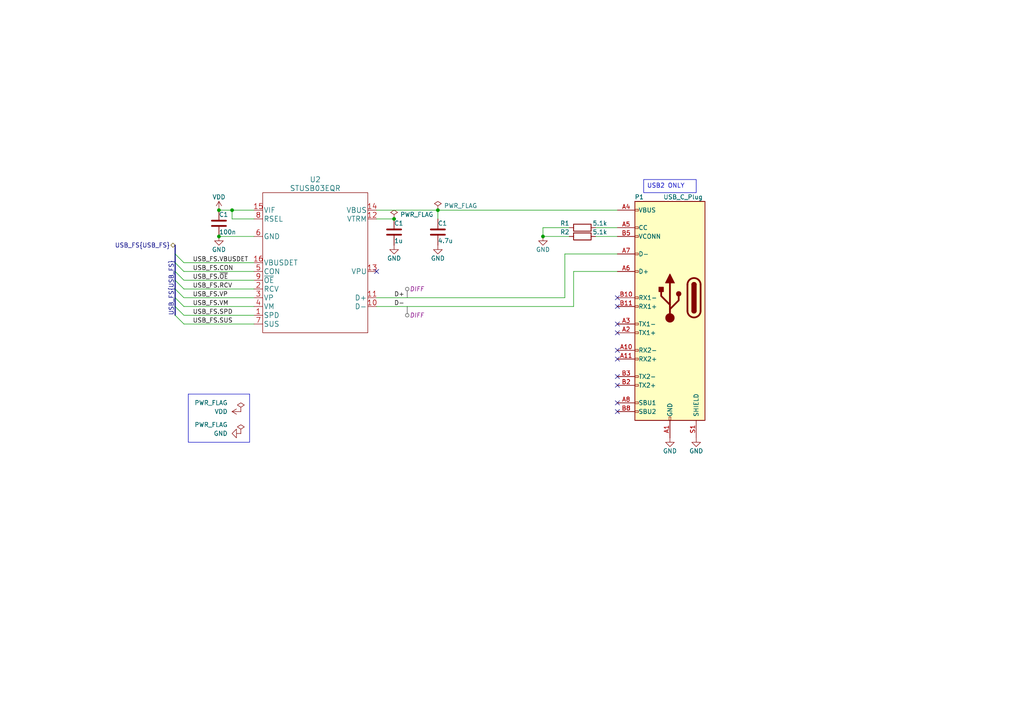
<source format=kicad_sch>
(kicad_sch (version 20230121) (generator eeschema)
  (paper "A4")
  (lib_symbols
    (symbol "CHIPSAlliance_Interface:STUSB03EQR" (pin_names (offset 0.254))
      (property "Reference" "U" (at 0 1.27 0))
      (property "Value" "STUSB03EQR" (at 0 -41.91 0))
      (symbol "STUSB03EQR_0_1"
        (rectangle (start 0 0) (end 30.48 -40.64))
      )
      (symbol "STUSB03EQR_1_1"
        (pin input line (at -2.54 -35.56 0) (length 2.54) (name "SPD") (number "1"))
        (pin tri_state line (at 33.02 -33.02 180) (length 2.54) (name "D-") (number "10"))
        (pin tri_state line (at 33.02 -30.48 180) (length 2.54) (name "D+") (number "11"))
        (pin power_out line (at 33.02 -7.62 180) (length 2.54) (name "VTRM") (number "12"))
        (pin power_out line (at 33.02 -22.86 180) (length 2.54) (name "VPU") (number "13"))
        (pin power_in line (at 33.02 -5.08 180) (length 2.54) (name "VBUS") (number "14"))
        (pin power_in line (at -2.54 -5.08 0) (length 2.54) (name "VIF") (number "15"))
        (pin output line (at -2.54 -20.32 0) (length 2.54) (name "VBUSDET") (number "16"))
        (pin no_connect line (at 33.02 -38.1 180) (length 2.54) hide (name "NC") (number "17"))
        (pin output line (at -2.54 -27.94 0) (length 2.54) (name "RCV") (number "2"))
        (pin bidirectional line (at -2.54 -30.48 0) (length 2.54) (name "VP") (number "3"))
        (pin bidirectional line (at -2.54 -33.02 0) (length 2.54) (name "VM") (number "4"))
        (pin input line (at -2.54 -22.86 0) (length 2.54) (name "CON") (number "5"))
        (pin power_in line (at -2.54 -12.7 0) (length 2.54) (name "GND") (number "6"))
        (pin input line (at -2.54 -38.1 0) (length 2.54) (name "SUS") (number "7"))
        (pin input line (at -2.54 -7.62 0) (length 2.54) (name "RSEL") (number "8"))
        (pin input line (at -2.54 -25.4 0) (length 2.54) (name "~{OE}") (number "9"))
      )
    )
    (symbol "Connector:USB_C_Plug" (pin_names (offset 1.016))
      (property "Reference" "P" (at -10.16 29.21 0))
      (property "Value" "USB_C_Plug" (at 10.16 29.21 0))
      (symbol "USB_C_Plug_0_0"
        (rectangle (start -0.254 -35.56) (end 0.254 -34.544))
        (rectangle (start 10.16 -32.766) (end 9.144 -33.274))
        (rectangle (start 10.16 -30.226) (end 9.144 -30.734))
        (rectangle (start 10.16 -25.146) (end 9.144 -25.654))
        (rectangle (start 10.16 -22.606) (end 9.144 -23.114))
        (rectangle (start 10.16 -17.526) (end 9.144 -18.034))
        (rectangle (start 10.16 -14.986) (end 9.144 -15.494))
        (rectangle (start 10.16 -9.906) (end 9.144 -10.414))
        (rectangle (start 10.16 -7.366) (end 9.144 -7.874))
        (rectangle (start 10.16 -2.286) (end 9.144 -2.794))
        (rectangle (start 10.16 0.254) (end 9.144 -0.254))
        (rectangle (start 10.16 7.874) (end 9.144 7.366))
        (rectangle (start 10.16 12.954) (end 9.144 12.446))
        (rectangle (start 10.16 18.034) (end 9.144 17.526))
        (rectangle (start 10.16 20.574) (end 9.144 20.066))
        (rectangle (start 10.16 25.654) (end 9.144 25.146))
      )
      (symbol "USB_C_Plug_0_1"
        (rectangle (start -10.16 27.94) (end 10.16 -35.56) (stroke (width 0.254)) (fill (type background)))
        (arc (start -8.89 -3.81) (mid -6.985 -5.7067) (end -5.08 -3.81) (stroke (width 0.508)))
        (arc (start -7.62 -3.81) (mid -6.985 -4.4423) (end -6.35 -3.81) (stroke (width 0.254)))
        (arc (start -7.62 -3.81) (mid -6.985 -4.4423) (end -6.35 -3.81) (stroke (width 0.254)) (fill (type outline)))
        (rectangle (start -7.62 -3.81) (end -6.35 3.81) (stroke (width 0.254)) (fill (type outline)))
        (arc (start -6.35 3.81) (mid -6.985 4.4423) (end -7.62 3.81) (stroke (width 0.254)))
        (arc (start -6.35 3.81) (mid -6.985 4.4423) (end -7.62 3.81) (stroke (width 0.254)) (fill (type outline)))
        (arc (start -5.08 3.81) (mid -6.985 5.7067) (end -8.89 3.81) (stroke (width 0.508)))
        (polyline (pts (xy -8.89 -3.81) (xy -8.89 3.81)) (stroke (width 0.508)))
        (polyline (pts (xy -5.08 3.81) (xy -5.08 -3.81)) (stroke (width 0.508)))
      )
      (symbol "USB_C_Plug_1_1"
        (circle (center -2.54 1.143) (radius 0.635) (stroke (width 0.254)) (fill (type outline)))
        (circle (center 0 -5.842) (radius 1.27) (fill (type outline)))
        (polyline (pts (xy 0 -5.842) (xy 0 4.318)) (stroke (width 0.508)))
        (polyline (pts (xy 0 -3.302) (xy -2.54 -0.762) (xy -2.54 0.508)) (stroke (width 0.508)))
        (polyline (pts (xy 0 -2.032) (xy 2.54 0.508) (xy 2.54 1.778)) (stroke (width 0.508)))
        (polyline (pts (xy -1.27 4.318) (xy 0 6.858) (xy 1.27 4.318) (xy -1.27 4.318)) (stroke (width 0.254)) (fill (type outline)))
        (rectangle (start 1.905 1.778) (end 3.175 3.048) (stroke (width 0.254)) (fill (type outline)))
        (pin passive line (at 0 -40.64 90) (length 5.08) (name "GND") (number "A1"))
        (pin bidirectional line (at 15.24 -15.24 180) (length 5.08) (name "RX2-") (number "A10"))
        (pin bidirectional line (at 15.24 -17.78 180) (length 5.08) (name "RX2+") (number "A11"))
        (pin passive line (at 0 -40.64 90) (length 5.08) hide (name "GND") (number "A12"))
        (pin bidirectional line (at 15.24 -10.16 180) (length 5.08) (name "TX1+") (number "A2"))
        (pin bidirectional line (at 15.24 -7.62 180) (length 5.08) (name "TX1-") (number "A3"))
        (pin passive line (at 15.24 25.4 180) (length 5.08) (name "VBUS") (number "A4"))
        (pin bidirectional line (at 15.24 20.32 180) (length 5.08) (name "CC") (number "A5"))
        (pin bidirectional line (at 15.24 7.62 180) (length 5.08) (name "D+") (number "A6"))
        (pin bidirectional line (at 15.24 12.7 180) (length 5.08) (name "D-") (number "A7"))
        (pin bidirectional line (at 15.24 -30.48 180) (length 5.08) (name "SBU1") (number "A8"))
        (pin passive line (at 15.24 25.4 180) (length 5.08) hide (name "VBUS") (number "A9"))
        (pin passive line (at 0 -40.64 90) (length 5.08) hide (name "GND") (number "B1"))
        (pin bidirectional line (at 15.24 0 180) (length 5.08) (name "RX1-") (number "B10"))
        (pin bidirectional line (at 15.24 -2.54 180) (length 5.08) (name "RX1+") (number "B11"))
        (pin passive line (at 0 -40.64 90) (length 5.08) hide (name "GND") (number "B12"))
        (pin bidirectional line (at 15.24 -25.4 180) (length 5.08) (name "TX2+") (number "B2"))
        (pin bidirectional line (at 15.24 -22.86 180) (length 5.08) (name "TX2-") (number "B3"))
        (pin passive line (at 15.24 25.4 180) (length 5.08) hide (name "VBUS") (number "B4"))
        (pin bidirectional line (at 15.24 17.78 180) (length 5.08) (name "VCONN") (number "B5"))
        (pin bidirectional line (at 15.24 -33.02 180) (length 5.08) (name "SBU2") (number "B8"))
        (pin passive line (at 15.24 25.4 180) (length 5.08) hide (name "VBUS") (number "B9"))
        (pin passive line (at -7.62 -40.64 90) (length 5.08) (name "SHIELD") (number "S1"))
      )
    )
    (symbol "Device:C" (pin_numbers hide) (pin_names (offset 0.254))
      (property "Reference" "C" (at 0.635 2.54 0))
      (property "Value" "C" (at 0.635 -2.54 0))
      (symbol "C_0_1"
        (polyline (pts (xy -2.032 -0.762) (xy 2.032 -0.762)) (stroke (width 0.508)))
        (polyline (pts (xy -2.032 0.762) (xy 2.032 0.762)) (stroke (width 0.508)))
      )
      (symbol "C_1_1"
        (pin passive line (at 0 3.81 270) (length 2.794) (name "~") (number "1"))
        (pin passive line (at 0 -3.81 90) (length 2.794) (name "~") (number "2"))
      )
    )
    (symbol "Device:R" (pin_numbers hide) (pin_names (offset 0))
      (property "Reference" "R" (at 2.032 0 90))
      (property "Value" "R" (at 0 0 90))
      (symbol "R_0_1"
        (rectangle (start -1.016 -2.54) (end 1.016 2.54) (stroke (width 0.254)))
      )
      (symbol "R_1_1"
        (pin passive line (at 0 3.81 270) (length 1.27) (name "~") (number "1"))
        (pin passive line (at 0 -3.81 90) (length 1.27) (name "~") (number "2"))
      )
    )
    (symbol "power:GND" (power) (pin_names (offset 0))
      (property "Value" "GND" (at 0 -3.81 0))
      (symbol "GND_0_1"
        (polyline (pts (xy 0 0) (xy 0 -1.27) (xy 1.27 -1.27) (xy 0 -2.54) (xy -1.27 -1.27) (xy 0 -1.27)))
      )
      (symbol "GND_1_1"
        (pin power_in line (at 0 0 270) (length 0) hide (name "GND") (number "1"))
      )
    )
    (symbol "power:PWR_FLAG" (power) (pin_numbers hide) (pin_names (offset 0) hide)
      (property "Value" "PWR_FLAG" (at 0 3.81 0))
      (symbol "PWR_FLAG_0_0"
        (pin power_out line (at 0 0 90) (length 0) (name "pwr") (number "1"))
      )
      (symbol "PWR_FLAG_0_1"
        (polyline (pts (xy 0 0) (xy 0 1.27) (xy -1.016 1.905) (xy 0 2.54) (xy 1.016 1.905) (xy 0 1.27)))
      )
    )
    (symbol "power:VDD" (power) (pin_names (offset 0))
      (property "Value" "VDD" (at 0 3.81 0))
      (symbol "VDD_0_1"
        (polyline (pts (xy -0.762 1.27) (xy 0 2.54)))
        (polyline (pts (xy 0 0) (xy 0 2.54)))
        (polyline (pts (xy 0 2.54) (xy 0.762 1.27)))
      )
      (symbol "VDD_1_1"
        (pin power_in line (at 0 0 90) (length 0) hide (name "VBUS") (number "1"))
      )
    )
    (symbol "power:GND" (power) (pin_names (offset 0))
      (property "Value" "GND" (at 0 -3.81 0))
      (symbol "GND_0_1"
        (polyline (pts (xy 0 0) (xy 0 -1.27) (xy 1.27 -1.27) (xy 0 -2.54) (xy -1.27 -1.27) (xy 0 -1.27)))
      )
      (symbol "GND_1_1"
        (pin power_in line (at 0 0 270) (length 0) hide (name "GND") (number "1"))
      )
    )
    (symbol "power:VDD" (power) (pin_names (offset 0))
      (property "Value" "VDD" (at 0 3.81 0))
      (symbol "VDD_0_1"
        (polyline (pts (xy -0.762 1.27) (xy 0 2.54)))
        (polyline (pts (xy 0 0) (xy 0 2.54)))
        (polyline (pts (xy 0 2.54) (xy 0.762 1.27)))
      )
      (symbol "VDD_1_1"
        (pin power_in line (at 0 0 90) (length 0) hide (name "VDD") (number "1"))
      )
    )
  )
  (junction (at 67.31 60.96))
  (junction (at 63.5 60.96))
  (junction (at 114.3 63.5))
  (junction (at 63.5 68.58))
  (junction (at 157.48 68.58))
  (junction (at 127 60.96))
  (no_connect (at 179.07 104.14))
  (no_connect (at 179.07 111.76))
  (no_connect (at 179.07 96.52))
  (no_connect (at 179.07 93.98))
  (no_connect (at 179.07 109.22))
  (no_connect (at 179.07 101.6))
  (no_connect (at 179.07 119.38))
  (no_connect (at 109.22 78.74))
  (no_connect (at 179.07 86.36))
  (no_connect (at 179.07 88.9))
  (no_connect (at 179.07 116.84))
  (bus_entry (at 50.8 88.9) (size 2.54 2.54))
  (bus_entry (at 50.8 86.36) (size 2.54 2.54))
  (bus_entry (at 50.8 76.2) (size 2.54 2.54))
  (bus_entry (at 50.8 78.74) (size 2.54 2.54))
  (bus_entry (at 50.8 81.28) (size 2.54 2.54))
  (bus_entry (at 50.8 73.66) (size 2.54 2.54))
  (bus_entry (at 50.8 83.82) (size 2.54 2.54))
  (bus_entry (at 50.8 91.44) (size 2.54 2.54))
  (wire (pts (xy 53.34 83.82) (xy 73.66 83.82)))
  (bus (pts (xy 50.8 73.66) (xy 50.8 76.2)))
  (wire (pts (xy 157.48 66.04) (xy 165.1 66.04)))
  (bus (pts (xy 50.8 78.74) (xy 50.8 81.28)))
  (wire (pts (xy 67.31 60.96) (xy 73.66 60.96)))
  (bus (pts (xy 50.8 88.9) (xy 50.8 91.44)))
  (wire (pts (xy 127 60.96) (xy 179.07 60.96)))
  (wire (pts (xy 163.83 73.66) (xy 163.83 86.36)))
  (wire (pts (xy 163.83 73.66) (xy 179.07 73.66)))
  (polyline (pts (xy 72.39 114.3) (xy 72.39 128.27)))
  (wire (pts (xy 109.22 88.9) (xy 166.37 88.9)))
  (polyline (pts (xy 54.61 114.3) (xy 54.61 128.27)))
  (wire (pts (xy 172.72 66.04) (xy 179.07 66.04)))
  (wire (pts (xy 53.34 86.36) (xy 73.66 86.36)))
  (wire (pts (xy 67.31 63.5) (xy 73.66 63.5)))
  (wire (pts (xy 53.34 81.28) (xy 73.66 81.28)))
  (wire (pts (xy 163.83 86.36) (xy 109.22 86.36)))
  (wire (pts (xy 166.37 78.74) (xy 179.07 78.74)))
  (wire (pts (xy 109.22 60.96) (xy 127 60.96)))
  (wire (pts (xy 109.22 63.5) (xy 114.3 63.5)))
  (bus (pts (xy 50.8 71.12) (xy 50.8 73.66)))
  (wire (pts (xy 127 60.96) (xy 127 63.5)))
  (bus (pts (xy 50.8 83.82) (xy 50.8 86.36)))
  (wire (pts (xy 53.34 76.2) (xy 73.66 76.2)))
  (polyline (pts (xy 54.61 114.3) (xy 72.39 114.3)))
  (bus (pts (xy 50.8 76.2) (xy 50.8 78.74)))
  (bus (pts (xy 50.8 81.28) (xy 50.8 83.82)))
  (wire (pts (xy 166.37 88.9) (xy 166.37 78.74)))
  (wire (pts (xy 172.72 68.58) (xy 179.07 68.58)))
  (bus (pts (xy 50.8 86.36) (xy 50.8 88.9)))
  (wire (pts (xy 53.34 78.74) (xy 73.66 78.74)))
  (wire (pts (xy 63.5 60.96) (xy 67.31 60.96)))
  (wire (pts (xy 157.48 68.58) (xy 165.1 68.58)))
  (wire (pts (xy 53.34 93.98) (xy 73.66 93.98)))
  (wire (pts (xy 67.31 60.96) (xy 67.31 63.5)))
  (wire (pts (xy 53.34 88.9) (xy 73.66 88.9)))
  (wire (pts (xy 157.48 66.04) (xy 157.48 68.58)))
  (polyline (pts (xy 72.39 128.27) (xy 54.61 128.27)))
  (wire (pts (xy 53.34 91.44) (xy 73.66 91.44)))
  (wire (pts (xy 63.5 68.58) (xy 73.66 68.58)))
  (text_box "USB2 ONLY" (at 186.69 52.07 0) (size 15.24 3.81) (effects (font (size 1.27 1.27)) (justify left top)))
  (label "USB_FS.CON" (at 55.88 78.74 0))
  (label "USB_FS{USB_FS}" (at 50.8 91.44 90))
  (label "D-" (at 114.3 88.9 0))
  (label "D+" (at 114.3 86.36 0))
  (label "USB_FS.SPD" (at 55.88 91.44 0))
  (label "USB_FS.VBUSDET" (at 55.88 76.2 0))
  (label "USB_FS.VP" (at 55.88 86.36 0))
  (label "USB_FS.~{OE}" (at 55.88 81.28 0))
  (label "USB_FS.SUS" (at 55.88 93.98 0))
  (label "USB_FS.VM" (at 55.88 88.9 0))
  (label "USB_FS.RCV" (at 55.88 83.82 0))
  (hierarchical_label "USB_FS{USB_FS}" (shape bidirectional) (at 50.8 71.12 180))
  (netclass_flag "" (length 2.54) (shape round) (at 118.11 86.36 0) (property "Netclass" "DIFF" (at 118.8085 83.82 0) (effects (font italic) (justify left))))
  (netclass_flag "" (length 2.54) (shape round) (at 118.11 88.9 180) (property "Netclass" "DIFF" (at 118.8085 91.44 0) (effects (font italic) (justify left))))
  (symbol (lib_id "power:GND") (at 114.3 71.12 0) (unit 1)
    (property "Reference" "#PWR02" (effects hide))
    (property "Value" "GND" (at 114.3 74.93 0))
    (instances (project "fmc_usb_gpio_spi_jtag" (path "" (reference "#PWR02") (unit 1)) (path "" (reference "#PWR085") (unit 1))))
  )
  (symbol (lib_id "power:GND") (at 63.5 68.58 0) (unit 1)
    (property "Reference" "#PWR02" (effects hide))
    (property "Value" "GND" (at 63.5 72.39 0))
    (instances (project "fmc_usb_gpio_spi_jtag" (path "" (reference "#PWR02") (unit 1)) (path "" (reference "#PWR084") (unit 1))))
  )
  (symbol (lib_id "power:GND") (at 201.93 127 0) (unit 1)
    (property "Reference" "#PWR02" (effects hide))
    (property "Value" "GND" (at 201.93 130.81 0))
    (instances (project "fmc_usb_gpio_spi_jtag" (path "" (reference "#PWR02") (unit 1)) (path "" (reference "#PWR092") (unit 1))))
  )
  (symbol (lib_id "power:GND") (at 127 71.12 0) (unit 1)
    (property "Reference" "#PWR02" (effects hide))
    (property "Value" "GND" (at 127 74.93 0))
    (instances (project "fmc_usb_gpio_spi_jtag" (path "" (reference "#PWR02") (unit 1)) (path "" (reference "#PWR086") (unit 1))))
  )
  (symbol (lib_id "Device:R") (at 168.91 66.04 90) (unit 1)
    (property "Reference" "R1" (at 163.83 64.77 90))
    (property "Value" "5.1k" (at 173.99 64.77 90))
    (property "Footprint" "Resistor_SMD:R_0402_1005Metric" (effects hide))
  )
  (symbol (lib_id "power:GND") (at 69.85 125.73 270) (unit 1)
    (property "Reference" "#PWR078" (effects hide))
    (property "Value" "GND" (at 66.04 125.73 90) (effects (justify right)))
    (instances (project "fmc_usb_gpio_spi_jtag" (path "" (reference "#PWR078") (unit 1)) (path "" (reference "#PWR097") (unit 1))))
  )
  (symbol (lib_id "power:PWR_FLAG") (at 127 60.96 0) (unit 1)
    (property "Reference" "#FLG07" (effects hide))
    (property "Value" "PWR_FLAG" (at 138.43 59.69 0) (effects (justify right)))
    (instances (project "fmc_usb_gpio_spi_jtag" (path "" (reference "#FLG07") (unit 1)) (path "" (reference "#FLG03") (unit 1))))
  )
  (symbol (lib_id "CHIPSAlliance_Interface:STUSB03EQR") (at 76.2 55.88 0) (unit 1)
    (property "Reference" "U2" (at 91.44 52.07 0) (effects (font (size 1.524 1.524))))
    (property "Value" "STUSB03EQR" (at 91.44 54.61 0) (effects (font (size 1.524 1.524))))
    (property "Footprint" "Interface:QFN_B03EQR_STM" (effects hide))
    (property "Datasheet" "https://www.st.com/resource/en/datasheet/stusb03e.pdf" (effects hide))
  )
  (symbol (lib_id "power:VDD") (at 69.85 119.38 90) (unit 1)
    (property "Reference" "#PWR077" (effects hide))
    (property "Value" "VADJ" (at 66.04 119.38 90) (effects (justify left)))
    (instances (project "fmc_usb_gpio_spi_jtag" (path "" (reference "#PWR077") (unit 1)) (path "" (reference "#PWR096") (unit 1))))
  )
  (symbol (lib_id "Device:C") (at 114.3 67.31 0) (unit 1)
    (property "Reference" "C1" (at 114.3 64.77 0) (effects (justify left)))
    (property "Value" "1u" (at 114.3 69.85 0) (effects (justify left)))
    (property "Footprint" "Capacitor_SMD:C_0402_1005Metric" (effects hide))
    (instances (project "fmc_usb_gpio_spi_jtag" (path "" (reference "C1") (unit 1)) (path "" (reference "C3") (unit 1))))
  )
  (symbol (lib_id "Device:C") (at 127 67.31 0) (unit 1)
    (property "Reference" "C1" (at 127 64.77 0) (effects (justify left)))
    (property "Value" "4.7u" (at 127 69.85 0) (effects (justify left)))
    (property "Footprint" "Capacitor_SMD:C_0402_1005Metric" (effects hide))
    (instances (project "fmc_usb_gpio_spi_jtag" (path "" (reference "C1") (unit 1)) (path "" (reference "C4") (unit 1))))
  )
  (symbol (lib_id "power:VDD") (at 63.5 60.96 0) (unit 1)
    (property "Reference" "#PWR01" (effects hide))
    (property "Value" "VADJ" (at 63.5 57.15 0))
    (instances (project "fmc_usb_gpio_spi_jtag" (path "" (reference "#PWR01") (unit 1)) (path "" (reference "#PWR083") (unit 1))))
  )
  (symbol (lib_id "power:GND") (at 194.31 127 0) (unit 1)
    (property "Reference" "#PWR02" (effects hide))
    (property "Value" "GND" (at 194.31 130.81 0))
    (instances (project "fmc_usb_gpio_spi_jtag" (path "" (reference "#PWR02") (unit 1)) (path "" (reference "#PWR091") (unit 1))))
  )
  (symbol (lib_id "Connector:USB_C_Plug") (at 194.31 86.36 0) (mirror y) (unit 1)
    (property "Reference" "P1" (at 185.42 57.15 0))
    (property "Value" "USB_C_Plug" (at 198.12 57.15 0))
    (property "Footprint" "Connector_USB:USB_C_Receptacle_Molex_105450-0101" (effects hide))
    (property "Datasheet" "https://www.usb.org/sites/default/files/documents/usb_type-c.zip" (effects hide))
  )
  (symbol (lib_id "power:PWR_FLAG") (at 69.85 125.73 0) (unit 1)
    (property "Reference" "#FLG09" (effects hide))
    (property "Value" "PWR_FLAG" (at 66.04 123.19 0) (effects (justify right)))
    (instances (project "fmc_usb_gpio_spi_jtag" (path "" (reference "#FLG09") (unit 1)) (path "" (reference "#FLG012") (unit 1))))
  )
  (symbol (lib_id "Device:R") (at 168.91 68.58 90) (unit 1)
    (property "Reference" "R2" (at 163.83 67.31 90))
    (property "Value" "5.1k" (at 173.99 67.31 90))
    (property "Footprint" "Resistor_SMD:R_0402_1005Metric" (effects hide))
  )
  (symbol (lib_id "Device:C") (at 63.5 64.77 0) (unit 1)
    (property "Reference" "C1" (at 63.5 62.23 0) (effects (justify left)))
    (property "Value" "100n" (at 63.5 67.31 0) (effects (justify left)))
    (property "Footprint" "Capacitor_SMD:C_0402_1005Metric" (effects hide))
    (instances (project "fmc_usb_gpio_spi_jtag" (path "" (reference "C1") (unit 1)) (path "" (reference "C2") (unit 1))))
  )
  (symbol (lib_id "power:PWR_FLAG") (at 69.85 119.38 0) (unit 1)
    (property "Reference" "#FLG08" (effects hide))
    (property "Value" "PWR_FLAG" (at 66.04 116.84 0) (effects (justify right)))
    (instances (project "fmc_usb_gpio_spi_jtag" (path "" (reference "#FLG08") (unit 1)) (path "" (reference "#FLG011") (unit 1))))
  )
  (symbol (lib_id "power:PWR_FLAG") (at 114.3 63.5 0) (unit 1)
    (property "Reference" "#FLG07" (effects hide))
    (property "Value" "PWR_FLAG" (at 125.73 62.23 0) (effects (justify right)))
    (instances (project "fmc_usb_gpio_spi_jtag" (path "" (reference "#FLG07") (unit 1)) (path "" (reference "#FLG02") (unit 1))))
  )
  (symbol (lib_id "power:GND") (at 157.48 68.58 0) (unit 1)
    (property "Reference" "#PWR02" (effects hide))
    (property "Value" "GND" (at 157.48 72.39 0))
    (instances (project "fmc_usb_gpio_spi_jtag" (path "" (reference "#PWR02") (unit 1)) (path "" (reference "#PWR099") (unit 1))))
  )
)
</source>
